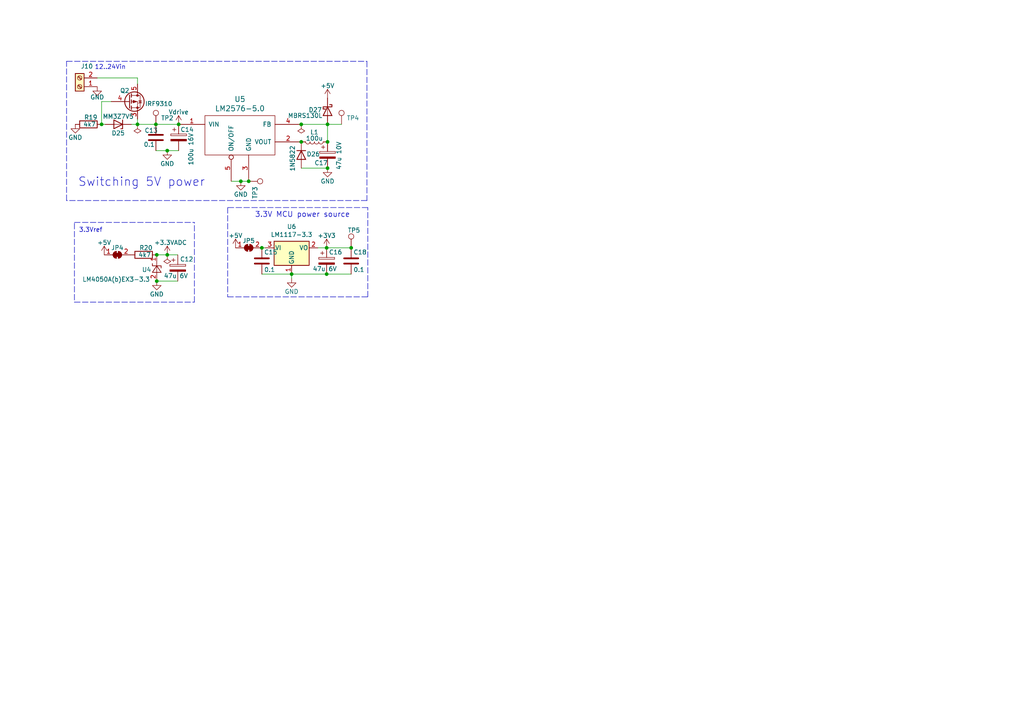
<source format=kicad_sch>
(kicad_sch (version 20211123) (generator eeschema)
  (paper "A4")
  (lib_symbols
    (symbol "Connector:Screw_Terminal_01x02" (pin_names (offset 1.016) hide)
      (property "Reference" "J" (at 0 2.54 0))
      (property "Value" "Screw_Terminal_01x02" (at 0 -5.08 0))
      (symbol "Screw_Terminal_01x02_1_1"
        (rectangle (start -1.27 1.27) (end 1.27 -3.81) (stroke (width 0.254)) (fill (type background)))
        (circle (center 0 -2.54) (radius 0.635) (stroke (width 0.1524)))
        (polyline (pts (xy -0.5334 -2.2098) (xy 0.3302 -3.048)) (stroke (width 0.1524)))
        (polyline (pts (xy -0.5334 0.3302) (xy 0.3302 -0.508)) (stroke (width 0.1524)))
        (polyline (pts (xy -0.3556 -2.032) (xy 0.508 -2.8702)) (stroke (width 0.1524)))
        (polyline (pts (xy -0.3556 0.508) (xy 0.508 -0.3302)) (stroke (width 0.1524)))
        (circle (center 0 0) (radius 0.635) (stroke (width 0.1524)))
        (pin passive line (at -5.08 0 0) (length 3.81) (name "Pin_1") (number "1"))
        (pin passive line (at -5.08 -2.54 0) (length 3.81) (name "Pin_2") (number "2"))
      )
    )
    (symbol "Connector:TestPoint" (pin_numbers hide) (pin_names (offset 0.762) hide)
      (property "Reference" "TP" (at 0 6.858 0))
      (property "Value" "TestPoint" (at 0 5.08 0))
      (symbol "TestPoint_0_1"
        (circle (center 0 3.302) (radius 0.762))
      )
      (symbol "TestPoint_1_1"
        (pin passive line (at 0 0 90) (length 2.54) (name "1") (number "1"))
      )
    )
    (symbol "Device:C" (pin_numbers hide) (pin_names (offset 0.254))
      (property "Reference" "C" (at 0.635 2.54 0))
      (property "Value" "C" (at 0.635 -2.54 0))
      (symbol "C_0_1"
        (polyline (pts (xy -2.032 -0.762) (xy 2.032 -0.762)) (stroke (width 0.508)))
        (polyline (pts (xy -2.032 0.762) (xy 2.032 0.762)) (stroke (width 0.508)))
      )
      (symbol "C_1_1"
        (pin passive line (at 0 3.81 270) (length 2.794) (name "~") (number "1"))
        (pin passive line (at 0 -3.81 90) (length 2.794) (name "~") (number "2"))
      )
    )
    (symbol "Device:C_Polarized" (pin_numbers hide) (pin_names (offset 0.254))
      (property "Reference" "C" (at 0.635 2.54 0))
      (property "Value" "C_Polarized" (at 0.635 -2.54 0))
      (symbol "C_Polarized_0_1"
        (rectangle (start -2.286 0.508) (end 2.286 1.016))
        (polyline (pts (xy -1.778 2.286) (xy -0.762 2.286)))
        (polyline (pts (xy -1.27 2.794) (xy -1.27 1.778)))
        (rectangle (start 2.286 -0.508) (end -2.286 -1.016) (fill (type outline)))
      )
      (symbol "C_Polarized_1_1"
        (pin passive line (at 0 3.81 270) (length 2.794) (name "~") (number "1"))
        (pin passive line (at 0 -3.81 90) (length 2.794) (name "~") (number "2"))
      )
    )
    (symbol "Device:D" (pin_numbers hide) (pin_names (offset 1.016) hide)
      (property "Reference" "D" (at 0 2.54 0))
      (property "Value" "D" (at 0 -2.54 0))
      (symbol "D_0_1"
        (polyline (pts (xy -1.27 1.27) (xy -1.27 -1.27)) (stroke (width 0.254)))
        (polyline (pts (xy 1.27 0) (xy -1.27 0)))
        (polyline (pts (xy 1.27 1.27) (xy 1.27 -1.27) (xy -1.27 0) (xy 1.27 1.27)) (stroke (width 0.254)))
      )
      (symbol "D_1_1"
        (pin passive line (at -3.81 0 0) (length 2.54) (name "K") (number "1"))
        (pin passive line (at 3.81 0 180) (length 2.54) (name "A") (number "2"))
      )
    )
    (symbol "Device:D_Schottky" (pin_numbers hide) (pin_names (offset 1.016) hide)
      (property "Reference" "D" (at 0 2.54 0))
      (property "Value" "D_Schottky" (at 0 -2.54 0))
      (symbol "D_Schottky_0_1"
        (polyline (pts (xy 1.27 0) (xy -1.27 0)))
        (polyline (pts (xy 1.27 1.27) (xy 1.27 -1.27) (xy -1.27 0) (xy 1.27 1.27)) (stroke (width 0.254)))
        (polyline (pts (xy -1.905 0.635) (xy -1.905 1.27) (xy -1.27 1.27) (xy -1.27 -1.27) (xy -0.635 -1.27) (xy -0.635 -0.635)) (stroke (width 0.254)))
      )
      (symbol "D_Schottky_1_1"
        (pin passive line (at -3.81 0 0) (length 2.54) (name "K") (number "1"))
        (pin passive line (at 3.81 0 180) (length 2.54) (name "A") (number "2"))
      )
    )
    (symbol "Device:D_Zener" (pin_numbers hide) (pin_names (offset 1.016) hide)
      (property "Reference" "D" (at 0 2.54 0))
      (property "Value" "D_Zener" (at 0 -2.54 0))
      (symbol "D_Zener_0_1"
        (polyline (pts (xy 1.27 0) (xy -1.27 0)))
        (polyline (pts (xy -1.27 -1.27) (xy -1.27 1.27) (xy -0.762 1.27)) (stroke (width 0.254)))
        (polyline (pts (xy 1.27 -1.27) (xy 1.27 1.27) (xy -1.27 0) (xy 1.27 -1.27)) (stroke (width 0.254)))
      )
      (symbol "D_Zener_1_1"
        (pin passive line (at -3.81 0 0) (length 2.54) (name "K") (number "1"))
        (pin passive line (at 3.81 0 180) (length 2.54) (name "A") (number "2"))
      )
    )
    (symbol "Device:L" (pin_numbers hide) (pin_names (offset 1.016) hide)
      (property "Reference" "L" (at -1.27 0 90))
      (property "Value" "L" (at 1.905 0 90))
      (symbol "L_0_1"
        (arc (start 0 -2.54) (mid 0.635 -1.905) (end 0 -1.27))
        (arc (start 0 -1.27) (mid 0.635 -0.635) (end 0 0))
        (arc (start 0 0) (mid 0.635 0.635) (end 0 1.27))
        (arc (start 0 1.27) (mid 0.635 1.905) (end 0 2.54))
      )
      (symbol "L_1_1"
        (pin passive line (at 0 3.81 270) (length 1.27) (name "1") (number "1"))
        (pin passive line (at 0 -3.81 90) (length 1.27) (name "2") (number "2"))
      )
    )
    (symbol "Device:R" (pin_numbers hide) (pin_names (offset 0))
      (property "Reference" "R" (at 2.032 0 90))
      (property "Value" "R" (at 0 0 90))
      (symbol "R_0_1"
        (rectangle (start -1.016 -2.54) (end 1.016 2.54) (stroke (width 0.254)))
      )
      (symbol "R_1_1"
        (pin passive line (at 0 3.81 270) (length 1.27) (name "~") (number "1"))
        (pin passive line (at 0 -3.81 90) (length 1.27) (name "~") (number "2"))
      )
    )
    (symbol "Jumper:SolderJumper_2_Bridged" (pin_names (offset 0) hide)
      (property "Reference" "JP" (at 0 2.032 0))
      (property "Value" "SolderJumper_2_Bridged" (at 0 -2.54 0))
      (symbol "SolderJumper_2_Bridged_0_1"
        (rectangle (start -0.508 0.508) (end 0.508 -0.508) (fill (type outline)))
        (arc (start -0.254 1.016) (mid -1.27 0) (end -0.254 -1.016))
        (arc (start -0.254 1.016) (mid -1.27 0) (end -0.254 -1.016) (fill (type outline)))
        (polyline (pts (xy -0.254 1.016) (xy -0.254 -1.016)))
        (polyline (pts (xy 0.254 1.016) (xy 0.254 -1.016)))
        (arc (start 0.254 -1.016) (mid 1.27 0) (end 0.254 1.016))
        (arc (start 0.254 -1.016) (mid 1.27 0) (end 0.254 1.016) (fill (type outline)))
      )
      (symbol "SolderJumper_2_Bridged_1_1"
        (pin passive line (at -3.81 0 0) (length 2.54) (name "A") (number "1"))
        (pin passive line (at 3.81 0 180) (length 2.54) (name "B") (number "2"))
      )
    )
    (symbol "Reference_Voltage:LM4040DBZ-3" (pin_names (offset 0.0254) hide)
      (property "Reference" "U" (at 0 2.54 0))
      (property "Value" "LM4040DBZ-3" (at 0 -3.175 0))
      (symbol "LM4040DBZ-3_0_1"
        (polyline (pts (xy -1.27 0) (xy 0 0) (xy 1.27 0)))
        (polyline (pts (xy -1.27 -1.27) (xy 0.635 0) (xy -1.27 1.27) (xy -1.27 -1.27)) (stroke (width 0.2032)))
        (polyline (pts (xy 0 -1.27) (xy 0.635 -1.27) (xy 0.635 1.27) (xy 1.27 1.27)) (stroke (width 0.2032)))
      )
      (symbol "LM4040DBZ-3_1_1"
        (pin passive line (at 3.81 0 180) (length 2.54) (name "K") (number "1"))
        (pin passive line (at -3.81 0 0) (length 2.54) (name "A") (number "2"))
      )
    )
    (symbol "Regulator_Linear:LM1117-3.3" (pin_names (offset 0.254))
      (property "Reference" "U" (at -3.81 3.175 0))
      (property "Value" "LM1117-3.3" (at 0 3.175 0))
      (symbol "LM1117-3.3_0_1"
        (rectangle (start -5.08 -5.08) (end 5.08 1.905) (stroke (width 0.254)) (fill (type background)))
      )
      (symbol "LM1117-3.3_1_1"
        (pin power_in line (at 0 -7.62 90) (length 2.54) (name "GND") (number "1"))
        (pin power_out line (at 7.62 0 180) (length 2.54) (name "VO") (number "2"))
        (pin power_in line (at -7.62 0 0) (length 2.54) (name "VI") (number "3"))
      )
    )
    (symbol "elements:IRF9310" (pin_names (offset 0) hide)
      (property "Reference" "Q" (at 5.08 1.27 0))
      (property "Value" "IRF9310" (at 5.08 -1.27 0))
      (symbol "IRF9310_0_1"
        (polyline (pts (xy 0.0508 0) (xy 0.254 0)))
        (polyline (pts (xy 0.762 -1.778) (xy 2.54 -1.778)))
        (polyline (pts (xy 0.762 -1.27) (xy 0.762 -2.286)) (stroke (width 0.254)))
        (polyline (pts (xy 0.762 0) (xy 2.54 0)))
        (polyline (pts (xy 0.762 0.508) (xy 0.762 -0.508)) (stroke (width 0.254)))
        (polyline (pts (xy 0.762 1.778) (xy 2.54 1.778)))
        (polyline (pts (xy 0.762 2.286) (xy 0.762 1.27)) (stroke (width 0.254)))
        (polyline (pts (xy 2.54 -1.778) (xy 2.54 -2.54)))
        (polyline (pts (xy 2.54 -1.778) (xy 2.54 0)))
        (polyline (pts (xy 2.54 2.54) (xy 2.54 1.778)))
        (polyline (pts (xy 0.254 1.905) (xy 0.254 -1.905) (xy 0.254 -1.905)) (stroke (width 0.254)))
        (polyline (pts (xy 2.286 0) (xy 1.27 -0.381) (xy 1.27 0.381) (xy 2.286 0)) (fill (type outline)))
        (polyline (pts (xy 2.54 -1.778) (xy 3.302 -1.778) (xy 3.302 1.778) (xy 2.54 1.778)))
        (polyline (pts (xy 2.794 -0.508) (xy 2.921 -0.381) (xy 3.683 -0.381) (xy 3.81 -0.254)))
        (polyline (pts (xy 3.302 -0.381) (xy 2.921 0.254) (xy 3.683 0.254) (xy 3.302 -0.381)))
        (circle (center 1.651 0) (radius 2.8194) (stroke (width 0.254)))
        (circle (center 2.54 -1.778) (radius 0.2794) (fill (type outline)))
        (circle (center 2.54 1.778) (radius 0.2794) (fill (type outline)))
      )
      (symbol "IRF9310_1_1"
        (pin passive line (at 2.54 -5.08 90) (length 2.54) hide (name "S") (number "1"))
        (pin passive line (at 2.54 -5.08 90) (length 2.54) hide (name "S") (number "2"))
        (pin passive line (at 2.54 -5.08 90) (length 2.54) (name "S") (number "3"))
        (pin input line (at -5.08 0 0) (length 5.08) (name "G") (number "4"))
        (pin passive line (at 2.54 5.08 270) (length 2.54) (name "D") (number "5"))
        (pin passive line (at 2.54 5.08 270) (length 2.54) hide (name "D") (number "6"))
        (pin passive line (at 2.54 5.08 270) (length 2.54) hide (name "D") (number "7"))
        (pin passive line (at 2.54 5.08 270) (length 2.54) hide (name "D") (number "8"))
      )
    )
    (symbol "power:+3.3V" (power) (pin_names (offset 0))
      (property "Value" "+3.3V" (at 0 3.556 0))
      (symbol "+3.3V_0_1"
        (polyline (pts (xy -0.762 1.27) (xy 0 2.54)))
        (polyline (pts (xy 0 0) (xy 0 2.54)))
        (polyline (pts (xy 0 2.54) (xy 0.762 1.27)))
      )
      (symbol "+3.3V_1_1"
        (pin power_in line (at 0 0 90) (length 0) hide (name "+3V3") (number "1"))
      )
    )
    (symbol "power:+3.3VADC" (power) (pin_names (offset 0))
      (property "Value" "+3.3VADC" (at 0 2.54 0))
      (symbol "+3.3VADC_0_0"
        (pin power_in line (at 0 0 90) (length 0) hide (name "+3.3VADC") (number "1"))
      )
      (symbol "+3.3VADC_0_1"
        (polyline (pts (xy -0.762 1.27) (xy 0 2.54)))
        (polyline (pts (xy 0 0) (xy 0 2.54)))
        (polyline (pts (xy 0 2.54) (xy 0.762 1.27)))
      )
    )
    (symbol "power:GND" (power) (pin_names (offset 0))
      (property "Value" "GND" (at 0 -3.81 0))
      (symbol "GND_0_1"
        (polyline (pts (xy 0 0) (xy 0 -1.27) (xy 1.27 -1.27) (xy 0 -2.54) (xy -1.27 -1.27) (xy 0 -1.27)))
      )
      (symbol "GND_1_1"
        (pin power_in line (at 0 0 270) (length 0) hide (name "GND") (number "1"))
      )
    )
    (symbol "power:Vdrive" (power) (pin_names (offset 0))
      (property "Value" "Vdrive" (at 0 3.81 0))
      (symbol "Vdrive_0_1"
        (polyline (pts (xy -0.762 1.27) (xy 0 2.54)))
        (polyline (pts (xy 0 0) (xy 0 2.54)))
        (polyline (pts (xy 0 2.54) (xy 0.762 1.27)))
      )
      (symbol "Vdrive_1_1"
        (pin power_in line (at 0 0 90) (length 0) hide (name "Vdrive") (number "1"))
      )
    )
    (symbol "stm32-rescue:+5V" (power) (pin_names (offset 0))
      (property "Value" "+5V" (at 0 3.556 0))
      (symbol "+5V_0_1"
        (polyline (pts (xy -0.762 1.27) (xy 0 2.54)))
        (polyline (pts (xy 0 0) (xy 0 2.54)))
        (polyline (pts (xy 0 2.54) (xy 0.762 1.27)))
      )
      (symbol "+5V_1_1"
        (pin power_in line (at 0 0 90) (length 0) hide (name "+5V") (number "1"))
      )
    )
    (symbol "stm32-rescue:C" (pin_numbers hide) (pin_names (offset 0.254))
      (property "Reference" "C" (at 0.635 2.54 0))
      (property "Value" "C" (at 0.635 -2.54 0))
      (symbol "C_0_1"
        (polyline (pts (xy -2.032 -0.762) (xy 2.032 -0.762)) (stroke (width 0.508)))
        (polyline (pts (xy -2.032 0.762) (xy 2.032 0.762)) (stroke (width 0.508)))
      )
      (symbol "C_1_1"
        (pin passive line (at 0 3.81 270) (length 2.794) (name "~") (number "1"))
        (pin passive line (at 0 -3.81 90) (length 2.794) (name "~") (number "2"))
      )
    )
    (symbol "stm32-rescue:CP" (pin_numbers hide) (pin_names (offset 0.254))
      (property "Reference" "C" (at 0.635 2.54 0))
      (property "Value" "CP" (at 0.635 -2.54 0))
      (symbol "CP_0_1"
        (rectangle (start -2.286 0.508) (end -2.286 1.016))
        (rectangle (start -2.286 0.508) (end 2.286 0.508))
        (polyline (pts (xy -1.778 2.286) (xy -0.762 2.286)))
        (polyline (pts (xy -1.27 2.794) (xy -1.27 1.778)))
        (rectangle (start 2.286 -0.508) (end -2.286 -1.016) (fill (type outline)))
        (rectangle (start 2.286 1.016) (end -2.286 1.016))
        (rectangle (start 2.286 1.016) (end 2.286 0.508))
      )
      (symbol "CP_1_1"
        (pin passive line (at 0 3.81 270) (length 2.794) (name "~") (number "1"))
        (pin passive line (at 0 -3.81 90) (length 2.794) (name "~") (number "2"))
      )
    )
    (symbol "stm32-rescue:PWR_FLAG" (power) (pin_numbers hide) (pin_names (offset 0) hide)
      (property "Value" "PWR_FLAG" (at 0 3.81 0))
      (symbol "PWR_FLAG_0_0"
        (pin power_out line (at 0 0 90) (length 0) (name "pwr") (number "1"))
      )
      (symbol "PWR_FLAG_0_1"
        (polyline (pts (xy 0 0) (xy 0 1.27) (xy -1.016 1.905) (xy 0 2.54) (xy 1.016 1.905) (xy 0 1.27)))
      )
    )
    (symbol "vreg:LM2576" (pin_names (offset 1.016))
      (property "Reference" "U" (at -8.89 6.35 0))
      (property "Value" "LM2576" (at 6.35 6.35 0))
      (symbol "LM2576_0_1"
        (rectangle (start -10.16 5.08) (end 10.16 -6.35))
      )
      (symbol "LM2576_1_1"
        (pin power_in line (at -17.78 2.54 0) (length 7.62) (name "VIN") (number "1"))
        (pin power_out line (at 17.78 -2.54 180) (length 7.62) (name "VOUT") (number "2"))
        (pin power_in line (at 2.54 -13.97 90) (length 7.62) (name "GND") (number "3"))
        (pin input line (at 17.78 2.54 180) (length 7.62) (name "FB") (number "4"))
        (pin input inverted (at -2.54 -13.97 90) (length 7.62) (name "ON/OFF") (number "5"))
      )
    )
  )
  (junction (at 39.878 36.068))
  (junction (at 75.946 71.882))
  (junction (at 94.742 79.502))
  (junction (at 45.212 36.068))
  (junction (at 94.996 48.768))
  (junction (at 94.996 41.148))
  (junction (at 72.136 52.578))
  (junction (at 87.376 36.068))
  (junction (at 29.464 36.068))
  (junction (at 45.466 81.534))
  (junction (at 69.85 52.578))
  (junction (at 94.996 36.068))
  (junction (at 51.816 36.068))
  (junction (at 48.514 73.914))
  (junction (at 84.582 79.502))
  (junction (at 48.514 43.688))
  (junction (at 87.376 41.148))
  (junction (at 45.466 73.914))
  (junction (at 94.742 71.882))
  (junction (at 101.854 71.882))
  (polyline (pts (xy 106.68 60.198) (xy 66.04 60.198)))
  (wire (pts (xy 101.854 71.882) (xy 94.742 71.882)))
  (wire (pts (xy 39.878 36.068) (xy 39.878 34.544)))
  (polyline (pts (xy 106.426 58.166) (xy 19.304 58.166)))
  (wire (pts (xy 48.514 43.688) (xy 51.816 43.688)))
  (wire (pts (xy 45.212 43.688) (xy 48.514 43.688)))
  (polyline (pts (xy 21.59 87.63) (xy 56.388 87.63)))
  (wire (pts (xy 75.946 79.502) (xy 84.582 79.502)))
  (wire (pts (xy 94.996 41.148) (xy 94.996 36.068)))
  (wire (pts (xy 51.562 73.914) (xy 48.514 73.914)))
  (wire (pts (xy 69.85 52.578) (xy 67.056 52.578)))
  (wire (pts (xy 94.996 36.068) (xy 87.376 36.068)))
  (wire (pts (xy 48.514 73.914) (xy 48.514 73.66)))
  (wire (pts (xy 29.464 29.464) (xy 32.258 29.464)))
  (wire (pts (xy 45.466 73.914) (xy 48.514 73.914)))
  (wire (pts (xy 94.996 48.768) (xy 87.376 48.768)))
  (polyline (pts (xy 21.59 64.516) (xy 56.388 64.516)))
  (polyline (pts (xy 19.304 58.166) (xy 19.304 17.78)))
  (wire (pts (xy 99.06 36.068) (xy 94.996 36.068)))
  (wire (pts (xy 101.854 79.502) (xy 94.742 79.502)))
  (wire (pts (xy 84.582 79.502) (xy 94.742 79.502)))
  (polyline (pts (xy 66.04 86.106) (xy 106.68 86.106)))
  (polyline (pts (xy 106.68 86.106) (xy 106.68 60.198)))
  (wire (pts (xy 45.466 81.534) (xy 51.562 81.534)))
  (wire (pts (xy 39.878 36.068) (xy 45.212 36.068)))
  (wire (pts (xy 45.212 36.068) (xy 51.816 36.068)))
  (wire (pts (xy 76.962 71.882) (xy 75.946 71.882)))
  (wire (pts (xy 92.202 71.882) (xy 94.742 71.882)))
  (polyline (pts (xy 21.59 64.77) (xy 21.59 87.63)))
  (wire (pts (xy 84.582 80.772) (xy 84.582 79.502)))
  (wire (pts (xy 72.136 52.578) (xy 69.85 52.578)))
  (polyline (pts (xy 56.388 87.63) (xy 56.388 64.516)))
  (wire (pts (xy 51.943 36.068) (xy 51.816 36.068)))
  (polyline (pts (xy 66.04 60.198) (xy 66.04 86.106)))
  (wire (pts (xy 30.48 36.068) (xy 29.464 36.068)))
  (wire (pts (xy 28.194 22.606) (xy 39.878 22.606)))
  (polyline (pts (xy 19.304 17.78) (xy 106.426 17.78)))
  (polyline (pts (xy 106.426 17.78) (xy 106.426 58.166)))
  (wire (pts (xy 39.878 22.606) (xy 39.878 24.384)))
  (wire (pts (xy 29.464 36.068) (xy 29.464 29.464)))
  (wire (pts (xy 38.1 36.068) (xy 39.878 36.068)))
  (text "Switching 5V power" (at 22.606 54.356 0) (effects (font (size 2.4892 2.4892)) (justify left bottom)))
  (text "3.3Vref" (at 22.86 67.564 0) (effects (font (size 1.27 1.27)) (justify left bottom)))
  (text "3.3V MCU power source" (at 73.914 63.246 0) (effects (font (size 1.524 1.524)) (justify left bottom)))
  (text "12..24Vin" (at 27.432 20.32 0) (effects (font (size 1.27 1.27)) (justify left bottom)))
  (symbol (lib_id "stm32-rescue:CP") (at 51.562 77.724 0) (unit 1)
    (property "Reference" "C12" (at 52.197 75.184 0) (effects (justify left)))
    (property "Value" "47u 6V" (at 47.498 80.01 0) (effects (justify left)))
    (property "Footprint" "Capacitor_Tantalum_SMD:CP_EIA-3216-18_Kemet-A_Pad1.58x1.35mm_HandSolder" (effects hide))
  )
  (symbol (lib_id "elements:IRF9310") (at 37.338 29.464 0) (unit 1)
    (property "Reference" "Q2" (at 34.798 26.289 0) (effects (justify left)))
    (property "Value" "IRF9310" (at 42.037 30.099 0) (effects (justify left)))
    (property "Footprint" "Package_SO:SO-8_3.9x4.9mm_P1.27mm" (effects hide))
  )
  (symbol (lib_id "stm32-rescue:PWR_FLAG") (at 48.514 73.914 180) (unit 1)
    (property "Reference" "#FLG01" (effects hide))
    (property "Value" "PWR_FLAG" (effects hide))
  )
  (symbol (lib_id "Device:D") (at 87.376 44.958 270) (unit 1)
    (property "Reference" "D26" (at 88.9 44.704 90) (effects (justify left)))
    (property "Value" "1N5822" (at 84.836 42.164 0) (effects (justify left)))
    (property "Footprint" "Diode_THT:D_DO-201_P3.81mm_Vertical_AnodeUp" (effects hide))
  )
  (symbol (lib_id "Reference_Voltage:LM4040DBZ-3") (at 45.466 77.724 90) (unit 1)
    (property "Reference" "U4" (at 41.148 78.232 90) (effects (justify right)))
    (property "Value" "LM4050A(b)EX3-3.3" (at 23.876 81.026 90) (effects (justify right)))
    (property "Footprint" "Package_TO_SOT_SMD:SOT-323_SC-70_Handsoldering" (effects hide))
    (property "Datasheet" "http://www.ti.com/lit/ds/symlink/lm4040-n.pdf" (effects hide))
  )
  (symbol (lib_id "Jumper:SolderJumper_2_Bridged") (at 72.136 71.882 0) (unit 1)
    (property "Reference" "JP5" (at 72.136 69.8302 0))
    (property "Value" "SolderJumper_2_Bridged" (effects hide))
    (property "Footprint" "Jumper:SolderJumper-2_P1.3mm_Open_TrianglePad1.0x1.5mm" (effects hide))
  )
  (symbol (lib_id "Device:C_Polarized") (at 94.996 44.958 0) (unit 1)
    (property "Reference" "C17" (at 91.186 47.244 0) (effects (justify left)))
    (property "Value" "47u 10V" (at 98.298 49.276 90) (effects (justify left)))
    (property "Footprint" "Capacitor_Tantalum_SMD:CP_EIA-6032-28_Kemet-C_Pad2.25x2.35mm_HandSolder" (effects hide))
  )
  (symbol (lib_id "power:GND") (at 28.194 25.146 0) (unit 1)
    (property "Reference" "#PWR026" (effects hide))
    (property "Value" "GND" (at 28.194 28.194 0))
  )
  (symbol (lib_id "stm32-rescue:PWR_FLAG") (at 39.878 36.068 180) (unit 1)
    (property "Reference" "#FLG02" (effects hide))
    (property "Value" "PWR_FLAG" (effects hide))
  )
  (symbol (lib_id "power:+3.3VADC") (at 48.514 73.914 0) (mirror y) (unit 1)
    (property "Reference" "#PWR028" (effects hide))
    (property "Value" "+3.3VADC" (at 44.704 70.358 0) (effects (justify right)))
  )
  (symbol (lib_id "vreg:LM2576") (at 69.596 38.608 0) (unit 1)
    (property "Reference" "U5" (at 69.596 28.7782 0) (effects (font (size 1.524 1.524))))
    (property "Value" "LM2576-5.0" (at 69.596 31.4706 0) (effects (font (size 1.524 1.524))))
    (property "Footprint" "Package_TO_SOT_THT:TO-220-5_P3.4x3.7mm_StaggerEven_Lead3.8mm_Vertical" (effects hide))
    (property "Manufacturer" "Texas Instruments" (effects hide))
  )
  (symbol (lib_id "stm32-rescue:+5V") (at 68.326 71.882 0) (unit 1)
    (property "Reference" "#PWR032" (effects hide))
    (property "Value" "+5V" (at 68.326 68.326 0))
  )
  (symbol (lib_id "Connector:Screw_Terminal_01x02") (at 23.114 25.146 180) (unit 1)
    (property "Reference" "J10" (at 25.1968 19.2278 0))
    (property "Value" "Screw_Terminal_01x02" (effects hide))
    (property "Footprint" "TerminalBlock_Phoenix:TerminalBlock_Phoenix_MKDS-1,5-2_1x02_P5.00mm_Horizontal" (effects hide))
  )
  (symbol (lib_id "Connector:TestPoint") (at 99.06 36.068 0) (unit 1)
    (property "Reference" "TP4" (at 100.5332 34.2392 0) (effects (justify left)))
    (property "Value" "5V" (effects hide))
    (property "Footprint" "TestPoint:TestPoint_THTPad_1.5x1.5mm_Drill0.7mm" (effects hide))
  )
  (symbol (lib_id "power:GND") (at 48.514 43.688 0) (unit 1)
    (property "Reference" "#PWR029" (effects hide))
    (property "Value" "GND" (at 48.514 47.498 0))
  )
  (symbol (lib_id "Device:C") (at 45.212 39.878 0) (unit 1)
    (property "Reference" "C13" (at 41.91 37.846 0) (effects (justify left)))
    (property "Value" "0.1" (at 41.656 41.91 0) (effects (justify left)))
    (property "Footprint" "Capacitor_SMD:C_0603_1608Metric_Pad1.08x0.95mm_HandSolder" (effects hide))
  )
  (symbol (lib_id "Jumper:SolderJumper_2_Bridged") (at 34.036 73.914 0) (unit 1)
    (property "Reference" "JP4" (at 34.036 71.8622 0))
    (property "Value" "SolderJumper_2_Bridged" (effects hide))
    (property "Footprint" "Jumper:SolderJumper-2_P1.3mm_Open_TrianglePad1.0x1.5mm" (effects hide))
  )
  (symbol (lib_id "power:GND") (at 21.844 36.068 0) (unit 1)
    (property "Reference" "#PWR024" (effects hide))
    (property "Value" "GND" (at 21.844 39.878 0))
  )
  (symbol (lib_id "Device:R") (at 25.654 36.068 270) (unit 1)
    (property "Reference" "R19" (at 24.384 34.036 90) (effects (justify left)))
    (property "Value" "4k7" (at 24.13 36.068 90) (effects (justify left)))
    (property "Footprint" "Resistor_SMD:R_0603_1608Metric_Pad0.98x0.95mm_HandSolder" (effects hide))
  )
  (symbol (lib_id "stm32-rescue:PWR_FLAG") (at 87.376 36.068 180) (unit 1)
    (property "Reference" "#FLG03" (effects hide))
    (property "Value" "PWR_FLAG" (effects hide))
  )
  (symbol (lib_id "Device:D_Zener") (at 34.29 36.068 180) (unit 1)
    (property "Reference" "D25" (at 34.29 38.608 0))
    (property "Value" "MM3Z7V5" (at 34.29 33.782 0))
    (property "Footprint" "Diode_SMD:D_0805_2012Metric_Pad1.15x1.40mm_HandSolder" (effects hide))
  )
  (symbol (lib_id "Connector:TestPoint") (at 101.854 71.882 0) (unit 1)
    (property "Reference" "TP5" (at 100.838 66.802 0) (effects (justify left)))
    (property "Value" "3.3V" (effects hide))
    (property "Footprint" "TestPoint:TestPoint_THTPad_1.5x1.5mm_Drill0.7mm" (effects hide))
  )
  (symbol (lib_id "Connector:TestPoint") (at 45.212 36.068 0) (unit 1)
    (property "Reference" "TP2" (at 46.6852 34.2392 0) (effects (justify left)))
    (property "Value" "5V" (effects hide))
    (property "Footprint" "TestPoint:TestPoint_THTPad_1.5x1.5mm_Drill0.7mm" (effects hide))
  )
  (symbol (lib_id "stm32-rescue:+5V") (at 30.226 73.914 0) (unit 1)
    (property "Reference" "#PWR025" (effects hide))
    (property "Value" "+5V" (at 30.226 70.358 0))
  )
  (symbol (lib_id "Device:C_Polarized") (at 51.816 39.878 0) (unit 1)
    (property "Reference" "C14" (at 52.324 37.592 0) (effects (justify left)))
    (property "Value" "100u 16V" (at 55.372 48.006 90) (effects (justify left)))
    (property "Footprint" "Capacitor_THT:CP_Radial_D8.0mm_P3.50mm" (effects hide))
  )
  (symbol (lib_id "power:GND") (at 69.85 52.578 0) (unit 1)
    (property "Reference" "#PWR031" (effects hide))
    (property "Value" "GND" (at 69.85 56.388 0))
  )
  (symbol (lib_id "power:+3.3V") (at 94.742 71.882 0) (unit 1)
    (property "Reference" "#PWR034" (effects hide))
    (property "Value" "+3.3V" (at 94.742 68.326 0))
  )
  (symbol (lib_id "stm32-rescue:CP") (at 94.742 75.692 0) (unit 1)
    (property "Reference" "C16" (at 95.377 73.152 0) (effects (justify left)))
    (property "Value" "47u 6V" (at 90.678 77.978 0) (effects (justify left)))
    (property "Footprint" "Capacitor_Tantalum_SMD:CP_EIA-3216-18_Kemet-A_Pad1.58x1.35mm_HandSolder" (effects hide))
  )
  (symbol (lib_id "power:Vdrive") (at 51.816 36.068 0) (unit 1)
    (property "Reference" "#PWR030" (effects hide))
    (property "Value" "Vdrive" (at 51.816 32.4922 0))
  )
  (symbol (lib_id "Device:R") (at 41.656 73.914 270) (unit 1)
    (property "Reference" "R20" (at 40.386 71.882 90) (effects (justify left)))
    (property "Value" "4k7" (at 40.132 73.914 90) (effects (justify left)))
    (property "Footprint" "Resistor_SMD:R_0603_1608Metric_Pad0.98x0.95mm_HandSolder" (effects hide))
  )
  (symbol (lib_id "Device:D_Schottky") (at 94.996 32.258 270) (unit 1)
    (property "Reference" "D27" (at 91.44 31.877 90))
    (property "Value" "MBRS130L" (at 88.519 33.528 90))
    (property "Footprint" "Diode_SMD:D_SMB_Handsoldering" (effects hide))
  )
  (symbol (lib_id "Device:L") (at 91.186 41.148 270) (unit 1)
    (property "Reference" "L1" (at 91.186 38.354 90))
    (property "Value" "100u" (at 91.186 40.132 90))
    (property "Footprint" "Inductor_THT:L_Toroid_Horizontal_D6.5mm_P10.00mm_Diameter7-5mm_Amidon-T25" (effects hide))
  )
  (symbol (lib_id "Regulator_Linear:LM1117-3.3") (at 84.582 71.882 0) (unit 1)
    (property "Reference" "U6" (at 84.582 65.7352 0))
    (property "Value" "LM1117-3.3" (at 84.582 68.0466 0))
    (property "Footprint" "Package_TO_SOT_SMD:SOT-223-3_TabPin2" (effects hide))
    (property "Datasheet" "http://www.ti.com/lit/ds/symlink/lm1117.pdf" (effects hide))
  )
  (symbol (lib_id "stm32-rescue:C") (at 75.946 75.692 0) (unit 1)
    (property "Reference" "C15" (at 76.581 73.152 0) (effects (justify left)))
    (property "Value" "0.1" (at 76.581 78.232 0) (effects (justify left)))
    (property "Footprint" "Capacitor_SMD:C_0603_1608Metric_Pad1.08x0.95mm_HandSolder" (effects hide))
  )
  (symbol (lib_id "Connector:TestPoint") (at 72.136 52.578 270) (unit 1)
    (property "Reference" "TP3" (at 73.9648 54.0512 0) (effects (justify left)))
    (property "Value" "Gnd" (effects hide))
    (property "Footprint" "TestPoint:TestPoint_THTPad_1.5x1.5mm_Drill0.7mm" (effects hide))
  )
  (symbol (lib_id "power:GND") (at 45.466 81.534 0) (unit 1)
    (property "Reference" "#PWR027" (effects hide))
    (property "Value" "GND" (at 45.466 85.344 0))
  )
  (symbol (lib_id "stm32-rescue:+5V") (at 94.996 28.448 0) (unit 1)
    (property "Reference" "#PWR035" (effects hide))
    (property "Value" "+5V" (at 94.996 24.892 0))
  )
  (symbol (lib_id "stm32-rescue:C") (at 101.854 75.692 0) (unit 1)
    (property "Reference" "C18" (at 102.489 73.152 0) (effects (justify left)))
    (property "Value" "0.1" (at 102.489 78.232 0) (effects (justify left)))
    (property "Footprint" "Capacitor_SMD:C_0603_1608Metric_Pad1.08x0.95mm_HandSolder" (effects hide))
  )
  (symbol (lib_id "power:GND") (at 84.582 80.772 0) (unit 1)
    (property "Reference" "#PWR033" (effects hide))
    (property "Value" "GND" (at 84.582 84.582 0))
  )
  (symbol (lib_id "power:GND") (at 94.996 48.768 0) (unit 1)
    (property "Reference" "#PWR036" (effects hide))
    (property "Value" "GND" (at 94.996 52.578 0))
  )
)
</source>
